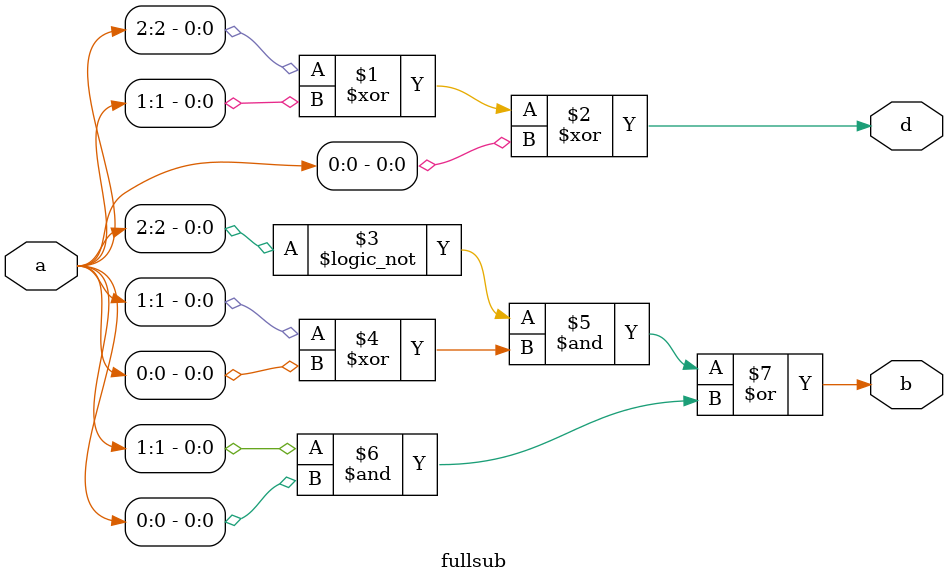
<source format=v>
module fullsub(d, b, a);
  output d, b;          // Output ports: d (difference) and b (borrow)
  input [2:0] a;        // Input port a (3-bit input)

  assign d = (a[2] ^ a[1] ^ a[0]);                 // XOR operation for difference
  assign b = (!a[2] & (a[1] ^ a[0])) | (a[1] & a[0]); // AND/OR operation for borrow
endmodule

</source>
